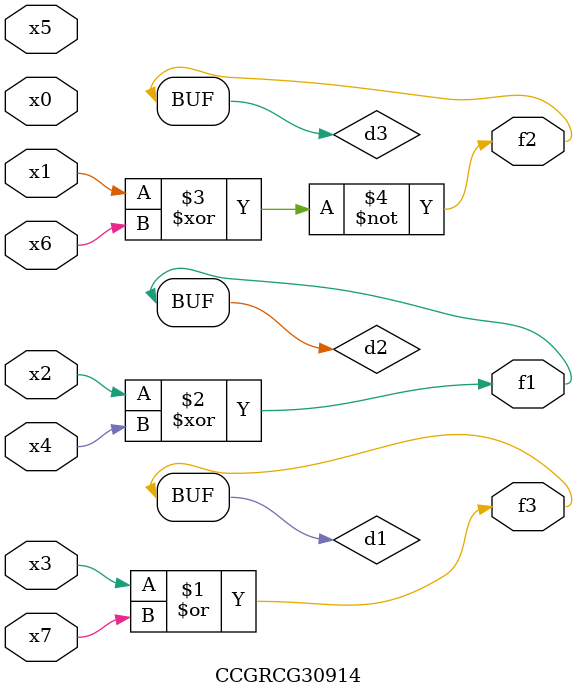
<source format=v>
module CCGRCG30914(
	input x0, x1, x2, x3, x4, x5, x6, x7,
	output f1, f2, f3
);

	wire d1, d2, d3;

	or (d1, x3, x7);
	xor (d2, x2, x4);
	xnor (d3, x1, x6);
	assign f1 = d2;
	assign f2 = d3;
	assign f3 = d1;
endmodule

</source>
